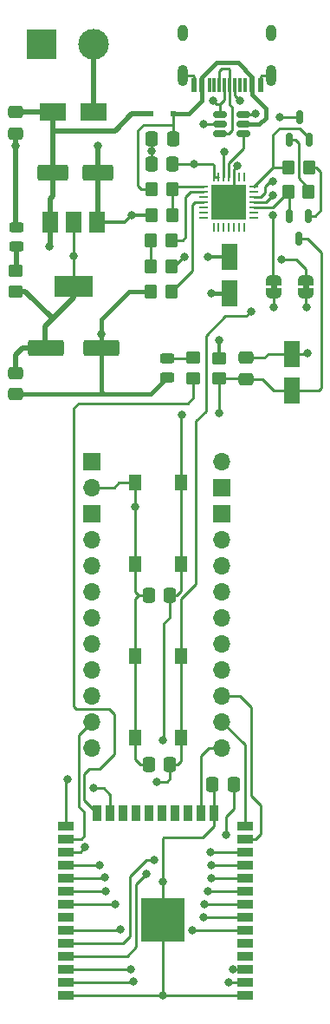
<source format=gbr>
%TF.GenerationSoftware,KiCad,Pcbnew,(6.0.11-0)*%
%TF.CreationDate,2023-11-09T08:58:10+01:00*%
%TF.ProjectId,ZESP32,5a455350-3332-42e6-9b69-6361645f7063,rev?*%
%TF.SameCoordinates,Original*%
%TF.FileFunction,Copper,L1,Top*%
%TF.FilePolarity,Positive*%
%FSLAX46Y46*%
G04 Gerber Fmt 4.6, Leading zero omitted, Abs format (unit mm)*
G04 Created by KiCad (PCBNEW (6.0.11-0)) date 2023-11-09 08:58:10*
%MOMM*%
%LPD*%
G01*
G04 APERTURE LIST*
G04 Aperture macros list*
%AMRoundRect*
0 Rectangle with rounded corners*
0 $1 Rounding radius*
0 $2 $3 $4 $5 $6 $7 $8 $9 X,Y pos of 4 corners*
0 Add a 4 corners polygon primitive as box body*
4,1,4,$2,$3,$4,$5,$6,$7,$8,$9,$2,$3,0*
0 Add four circle primitives for the rounded corners*
1,1,$1+$1,$2,$3*
1,1,$1+$1,$4,$5*
1,1,$1+$1,$6,$7*
1,1,$1+$1,$8,$9*
0 Add four rect primitives between the rounded corners*
20,1,$1+$1,$2,$3,$4,$5,0*
20,1,$1+$1,$4,$5,$6,$7,0*
20,1,$1+$1,$6,$7,$8,$9,0*
20,1,$1+$1,$8,$9,$2,$3,0*%
%AMFreePoly0*
4,1,22,0.500000,-0.750000,0.000000,-0.750000,0.000000,-0.745033,-0.079941,-0.743568,-0.215256,-0.701293,-0.333266,-0.622738,-0.424486,-0.514219,-0.481581,-0.384460,-0.499164,-0.250000,-0.500000,-0.250000,-0.500000,0.250000,-0.499164,0.250000,-0.499963,0.256109,-0.478152,0.396186,-0.417904,0.524511,-0.324060,0.630769,-0.204165,0.706417,-0.067858,0.745374,0.000000,0.744959,0.000000,0.750000,
0.500000,0.750000,0.500000,-0.750000,0.500000,-0.750000,$1*%
%AMFreePoly1*
4,1,20,0.000000,0.744959,0.073905,0.744508,0.209726,0.703889,0.328688,0.626782,0.421226,0.519385,0.479903,0.390333,0.500000,0.250000,0.500000,-0.250000,0.499851,-0.262216,0.476331,-0.402017,0.414519,-0.529596,0.319384,-0.634700,0.198574,-0.708877,0.061801,-0.746166,0.000000,-0.745033,0.000000,-0.750000,-0.500000,-0.750000,-0.500000,0.750000,0.000000,0.750000,0.000000,0.744959,
0.000000,0.744959,$1*%
G04 Aperture macros list end*
%TA.AperFunction,ComponentPad*%
%ADD10R,1.700000X1.700000*%
%TD*%
%TA.AperFunction,ComponentPad*%
%ADD11O,1.700000X1.700000*%
%TD*%
%TA.AperFunction,SMDPad,CuDef*%
%ADD12R,1.300000X1.550000*%
%TD*%
%TA.AperFunction,SMDPad,CuDef*%
%ADD13FreePoly0,270.000000*%
%TD*%
%TA.AperFunction,SMDPad,CuDef*%
%ADD14FreePoly1,270.000000*%
%TD*%
%TA.AperFunction,SMDPad,CuDef*%
%ADD15RoundRect,0.150000X-0.150000X0.512500X-0.150000X-0.512500X0.150000X-0.512500X0.150000X0.512500X0*%
%TD*%
%TA.AperFunction,SMDPad,CuDef*%
%ADD16RoundRect,0.250000X-0.550000X1.050000X-0.550000X-1.050000X0.550000X-1.050000X0.550000X1.050000X0*%
%TD*%
%TA.AperFunction,SMDPad,CuDef*%
%ADD17RoundRect,0.250000X-0.350000X-0.450000X0.350000X-0.450000X0.350000X0.450000X-0.350000X0.450000X0*%
%TD*%
%TA.AperFunction,SMDPad,CuDef*%
%ADD18RoundRect,0.250000X0.550000X-1.050000X0.550000X1.050000X-0.550000X1.050000X-0.550000X-1.050000X0*%
%TD*%
%TA.AperFunction,SMDPad,CuDef*%
%ADD19RoundRect,0.250000X0.337500X0.475000X-0.337500X0.475000X-0.337500X-0.475000X0.337500X-0.475000X0*%
%TD*%
%TA.AperFunction,SMDPad,CuDef*%
%ADD20RoundRect,0.250000X0.350000X0.450000X-0.350000X0.450000X-0.350000X-0.450000X0.350000X-0.450000X0*%
%TD*%
%TA.AperFunction,SMDPad,CuDef*%
%ADD21RoundRect,0.150000X-0.512500X-0.150000X0.512500X-0.150000X0.512500X0.150000X-0.512500X0.150000X0*%
%TD*%
%TA.AperFunction,SMDPad,CuDef*%
%ADD22R,1.500000X0.900000*%
%TD*%
%TA.AperFunction,SMDPad,CuDef*%
%ADD23R,0.900000X1.500000*%
%TD*%
%TA.AperFunction,HeatsinkPad*%
%ADD24C,0.475000*%
%TD*%
%TA.AperFunction,SMDPad,CuDef*%
%ADD25R,1.050000X1.050000*%
%TD*%
%TA.AperFunction,SMDPad,CuDef*%
%ADD26R,4.200000X4.200000*%
%TD*%
%TA.AperFunction,SMDPad,CuDef*%
%ADD27RoundRect,0.250000X0.475000X-0.337500X0.475000X0.337500X-0.475000X0.337500X-0.475000X-0.337500X0*%
%TD*%
%TA.AperFunction,SMDPad,CuDef*%
%ADD28RoundRect,0.250000X-0.337500X-0.475000X0.337500X-0.475000X0.337500X0.475000X-0.337500X0.475000X0*%
%TD*%
%TA.AperFunction,SMDPad,CuDef*%
%ADD29R,0.600000X1.450000*%
%TD*%
%TA.AperFunction,SMDPad,CuDef*%
%ADD30R,0.300000X1.450000*%
%TD*%
%TA.AperFunction,ComponentPad*%
%ADD31O,1.000000X1.600000*%
%TD*%
%TA.AperFunction,ComponentPad*%
%ADD32O,1.000000X2.100000*%
%TD*%
%TA.AperFunction,SMDPad,CuDef*%
%ADD33RoundRect,0.250000X-1.500000X-0.550000X1.500000X-0.550000X1.500000X0.550000X-1.500000X0.550000X0*%
%TD*%
%TA.AperFunction,SMDPad,CuDef*%
%ADD34RoundRect,0.250000X0.450000X-0.350000X0.450000X0.350000X-0.450000X0.350000X-0.450000X-0.350000X0*%
%TD*%
%TA.AperFunction,SMDPad,CuDef*%
%ADD35RoundRect,0.243750X-0.456250X0.243750X-0.456250X-0.243750X0.456250X-0.243750X0.456250X0.243750X0*%
%TD*%
%TA.AperFunction,ComponentPad*%
%ADD36R,3.000000X3.000000*%
%TD*%
%TA.AperFunction,ComponentPad*%
%ADD37C,3.000000*%
%TD*%
%TA.AperFunction,SMDPad,CuDef*%
%ADD38RoundRect,0.062500X-0.062500X0.337500X-0.062500X-0.337500X0.062500X-0.337500X0.062500X0.337500X0*%
%TD*%
%TA.AperFunction,SMDPad,CuDef*%
%ADD39RoundRect,0.062500X-0.337500X0.062500X-0.337500X-0.062500X0.337500X-0.062500X0.337500X0.062500X0*%
%TD*%
%TA.AperFunction,SMDPad,CuDef*%
%ADD40R,3.350000X3.350000*%
%TD*%
%TA.AperFunction,SMDPad,CuDef*%
%ADD41R,0.500000X0.500000*%
%TD*%
%TA.AperFunction,SMDPad,CuDef*%
%ADD42RoundRect,0.250000X-1.250000X-0.550000X1.250000X-0.550000X1.250000X0.550000X-1.250000X0.550000X0*%
%TD*%
%TA.AperFunction,SMDPad,CuDef*%
%ADD43R,1.500000X2.000000*%
%TD*%
%TA.AperFunction,SMDPad,CuDef*%
%ADD44R,3.800000X2.000000*%
%TD*%
%TA.AperFunction,SMDPad,CuDef*%
%ADD45RoundRect,0.150000X0.150000X-0.512500X0.150000X0.512500X-0.150000X0.512500X-0.150000X-0.512500X0*%
%TD*%
%TA.AperFunction,SMDPad,CuDef*%
%ADD46RoundRect,0.250000X-0.475000X0.337500X-0.475000X-0.337500X0.475000X-0.337500X0.475000X0.337500X0*%
%TD*%
%TA.AperFunction,SMDPad,CuDef*%
%ADD47R,2.500000X1.800000*%
%TD*%
%TA.AperFunction,SMDPad,CuDef*%
%ADD48RoundRect,0.243750X0.456250X-0.243750X0.456250X0.243750X-0.456250X0.243750X-0.456250X-0.243750X0*%
%TD*%
%TA.AperFunction,ViaPad*%
%ADD49C,0.800000*%
%TD*%
%TA.AperFunction,Conductor*%
%ADD50C,0.406400*%
%TD*%
%TA.AperFunction,Conductor*%
%ADD51C,0.508000*%
%TD*%
%TA.AperFunction,Conductor*%
%ADD52C,0.254000*%
%TD*%
%TA.AperFunction,Conductor*%
%ADD53C,0.355600*%
%TD*%
G04 APERTURE END LIST*
%TO.C,JP2*%
G36*
X109540400Y-72111600D02*
G01*
X108940400Y-72111600D01*
X108940400Y-71611600D01*
X109540400Y-71611600D01*
X109540400Y-72111600D01*
G37*
%TO.C,JP1*%
G36*
X112639200Y-72111600D02*
G01*
X112039200Y-72111600D01*
X112039200Y-71611600D01*
X112639200Y-71611600D01*
X112639200Y-72111600D01*
G37*
%TD*%
D10*
%TO.P,J8,1,Pin_1*%
%TO.N,EXT_5V*%
X91440000Y-88900000D03*
D11*
%TO.P,J8,2,Pin_2*%
%TO.N,GND*%
X91440000Y-91440000D03*
%TD*%
D12*
%TO.P,SW1,1,1*%
%TO.N,GND*%
X95651000Y-107912000D03*
X95651000Y-115862000D03*
%TO.P,SW1,2,2*%
%TO.N,IO0*%
X100151000Y-107912000D03*
X100151000Y-115862000D03*
%TD*%
D13*
%TO.P,JP2,1,A*%
%TO.N,Net-(JP2-Pad1)*%
X109240400Y-71211600D03*
D14*
%TO.P,JP2,2,B*%
%TO.N,TXD0*%
X109240400Y-72511600D03*
%TD*%
D15*
%TO.P,Q1,1,E*%
%TO.N,RTS*%
X110708400Y-64927900D03*
%TO.P,Q1,2,B*%
%TO.N,Net-(Q1-Pad2)*%
X112608400Y-64927900D03*
%TO.P,Q1,3,C*%
%TO.N,ENA*%
X111658400Y-67202900D03*
%TD*%
D16*
%TO.P,C9,1*%
%TO.N,+3V3*%
X104871600Y-68944000D03*
%TO.P,C9,2*%
%TO.N,GND*%
X104871600Y-72544000D03*
%TD*%
D17*
%TO.P,R8,1*%
%TO.N,DTR*%
X110662800Y-60228400D03*
%TO.P,R8,2*%
%TO.N,Net-(Q1-Pad2)*%
X112662800Y-60228400D03*
%TD*%
D18*
%TO.P,C3,1*%
%TO.N,ENA*%
X110967600Y-81992800D03*
%TO.P,C3,2*%
%TO.N,GND*%
X110967600Y-78392800D03*
%TD*%
D19*
%TO.P,C12,1*%
%TO.N,+3V3*%
X99305100Y-59888800D03*
%TO.P,C12,2*%
%TO.N,GND*%
X97230100Y-59888800D03*
%TD*%
D20*
%TO.P,R4,1*%
%TO.N,Net-(R3-Pad2)*%
X99267600Y-64867200D03*
%TO.P,R4,2*%
%TO.N,GND*%
X97267600Y-64867200D03*
%TD*%
D21*
%TO.P,U1,1,I/O1*%
%TO.N,Net-(J2-PadA7)*%
X103937300Y-55027200D03*
%TO.P,U1,2,GND*%
%TO.N,GND*%
X103937300Y-55977200D03*
%TO.P,U1,3,I/O2*%
%TO.N,Net-(J2-PadA6)*%
X103937300Y-56927200D03*
%TO.P,U1,4,I/O2*%
%TO.N,D+*%
X106212300Y-56927200D03*
%TO.P,U1,5,VBUS*%
%TO.N,VBUS*%
X106212300Y-55977200D03*
%TO.P,U1,6,I/O1*%
%TO.N,D-*%
X106212300Y-55027200D03*
%TD*%
D10*
%TO.P,J3,1,Pin_1*%
%TO.N,D23*%
X91440000Y-93980000D03*
D11*
%TO.P,J3,2,Pin_2*%
%TO.N,D22*%
X91440000Y-96520000D03*
%TO.P,J3,3,Pin_3*%
%TO.N,D21*%
X91440000Y-99060000D03*
%TO.P,J3,4,Pin_4*%
%TO.N,D19*%
X91440000Y-101600000D03*
%TO.P,J3,5,Pin_5*%
%TO.N,D18*%
X91440000Y-104140000D03*
%TO.P,J3,6,Pin_6*%
%TO.N,D5*%
X91440000Y-106680000D03*
%TO.P,J3,7,Pin_7*%
%TO.N,D17*%
X91440000Y-109220000D03*
%TO.P,J3,8,Pin_8*%
%TO.N,D16*%
X91440000Y-111760000D03*
%TO.P,J3,9,Pin_9*%
%TO.N,D4*%
X91440000Y-114300000D03*
%TO.P,J3,10,Pin_10*%
%TO.N,D15*%
X91440000Y-116840000D03*
%TD*%
D22*
%TO.P,U4,1,GND*%
%TO.N,GND*%
X106413000Y-140965000D03*
%TO.P,U4,2,VDD*%
%TO.N,+3V3*%
X106413000Y-139695000D03*
%TO.P,U4,3,EN*%
%TO.N,ENA*%
X106413000Y-138425000D03*
%TO.P,U4,4,SENSOR_VP*%
%TO.N,unconnected-(U4-Pad4)*%
X106413000Y-137155000D03*
%TO.P,U4,5,SENSOR_VN*%
%TO.N,unconnected-(U4-Pad5)*%
X106413000Y-135885000D03*
%TO.P,U4,6,IO34*%
%TO.N,D34*%
X106413000Y-134615000D03*
%TO.P,U4,7,IO35*%
%TO.N,D35*%
X106413000Y-133345000D03*
%TO.P,U4,8,IO32*%
%TO.N,D32*%
X106413000Y-132075000D03*
%TO.P,U4,9,IO33*%
%TO.N,D33*%
X106413000Y-130805000D03*
%TO.P,U4,10,IO25*%
%TO.N,D25*%
X106413000Y-129535000D03*
%TO.P,U4,11,IO26*%
%TO.N,D26*%
X106413000Y-128265000D03*
%TO.P,U4,12,IO27*%
%TO.N,D27*%
X106413000Y-126995000D03*
%TO.P,U4,13,IO14*%
%TO.N,D14*%
X106413000Y-125725000D03*
%TO.P,U4,14,IO12*%
%TO.N,D12*%
X106413000Y-124455000D03*
D23*
%TO.P,U4,15,GND*%
%TO.N,GND*%
X103373000Y-123205000D03*
%TO.P,U4,16,IO13*%
%TO.N,D13*%
X102103000Y-123205000D03*
%TO.P,U4,17,SHD/SD2*%
%TO.N,unconnected-(U4-Pad17)*%
X100833000Y-123205000D03*
%TO.P,U4,18,SWP/SD3*%
%TO.N,unconnected-(U4-Pad18)*%
X99563000Y-123205000D03*
%TO.P,U4,19,SCS/CMD*%
%TO.N,unconnected-(U4-Pad19)*%
X98293000Y-123205000D03*
%TO.P,U4,20,SCK/CLK*%
%TO.N,unconnected-(U4-Pad20)*%
X97023000Y-123205000D03*
%TO.P,U4,21,SDO/SD0*%
%TO.N,unconnected-(U4-Pad21)*%
X95753000Y-123205000D03*
%TO.P,U4,22,SDI/SD1*%
%TO.N,unconnected-(U4-Pad22)*%
X94483000Y-123205000D03*
%TO.P,U4,23,IO15*%
%TO.N,D15*%
X93213000Y-123205000D03*
%TO.P,U4,24,IO2*%
%TO.N,D2*%
X91943000Y-123205000D03*
D22*
%TO.P,U4,25,IO0*%
%TO.N,IO0*%
X88913000Y-124455000D03*
%TO.P,U4,26,IO4*%
%TO.N,D4*%
X88913000Y-125725000D03*
%TO.P,U4,27,IO16*%
%TO.N,D16*%
X88913000Y-126995000D03*
%TO.P,U4,28,IO17*%
%TO.N,D17*%
X88913000Y-128265000D03*
%TO.P,U4,29,IO5*%
%TO.N,D5*%
X88913000Y-129535000D03*
%TO.P,U4,30,IO18*%
%TO.N,D18*%
X88913000Y-130805000D03*
%TO.P,U4,31,IO19*%
%TO.N,D19*%
X88913000Y-132075000D03*
%TO.P,U4,32,NC*%
%TO.N,unconnected-(U4-Pad32)*%
X88913000Y-133345000D03*
%TO.P,U4,33,IO21*%
%TO.N,D21*%
X88913000Y-134615000D03*
%TO.P,U4,34,RXD0/IO3*%
%TO.N,RXD0*%
X88913000Y-135885000D03*
%TO.P,U4,35,TXD0/IO1*%
%TO.N,TXD0*%
X88913000Y-137155000D03*
%TO.P,U4,36,IO22*%
%TO.N,D22*%
X88913000Y-138425000D03*
%TO.P,U4,37,IO23*%
%TO.N,D23*%
X88913000Y-139695000D03*
%TO.P,U4,38,GND*%
%TO.N,GND*%
X88913000Y-140965000D03*
D24*
%TO.P,U4,39,GND*%
X98343000Y-132862500D03*
D25*
X98343000Y-135150000D03*
D24*
X99105500Y-135150000D03*
X97580500Y-133625000D03*
X99105500Y-132100000D03*
X97580500Y-135150000D03*
X96818000Y-134387500D03*
D25*
X96818000Y-132100000D03*
D24*
X99105500Y-133625000D03*
D25*
X96818000Y-135150000D03*
D24*
X97580500Y-132100000D03*
D25*
X98343000Y-132100000D03*
X99868000Y-135150000D03*
X96818000Y-133625000D03*
X99868000Y-133625000D03*
D26*
X98343000Y-133625000D03*
D24*
X98343000Y-134387500D03*
X99868000Y-132862500D03*
X99868000Y-134387500D03*
D25*
X98343000Y-133625000D03*
X99868000Y-132100000D03*
D24*
X96818000Y-132862500D03*
%TD*%
D27*
%TO.P,C7,1*%
%TO.N,ENA*%
X106497200Y-80874700D03*
%TO.P,C7,2*%
%TO.N,GND*%
X106497200Y-78799700D03*
%TD*%
D10*
%TO.P,J7,1,Pin_1*%
%TO.N,+3V3*%
X104140000Y-91440000D03*
D11*
%TO.P,J7,2,Pin_2*%
%TO.N,GND*%
X104140000Y-88900000D03*
%TD*%
D28*
%TO.P,C1,1*%
%TO.N,GND*%
X97006500Y-118491000D03*
%TO.P,C1,2*%
%TO.N,IO0*%
X99081500Y-118491000D03*
%TD*%
D29*
%TO.P,J2,A1,GND*%
%TO.N,GND*%
X107898000Y-52178000D03*
%TO.P,J2,A4,VBUS*%
%TO.N,VBUS*%
X107098000Y-52178000D03*
D30*
%TO.P,J2,A5,CC1*%
%TO.N,unconnected-(J2-PadA5)*%
X105898000Y-52178000D03*
%TO.P,J2,A6,D+*%
%TO.N,Net-(J2-PadA6)*%
X104898000Y-52178000D03*
%TO.P,J2,A7,D-*%
%TO.N,Net-(J2-PadA7)*%
X104398000Y-52178000D03*
%TO.P,J2,A8,SBU1*%
%TO.N,unconnected-(J2-PadA8)*%
X103398000Y-52178000D03*
D29*
%TO.P,J2,A9,VBUS*%
%TO.N,VBUS*%
X102198000Y-52178000D03*
%TO.P,J2,A12,GND*%
%TO.N,GND*%
X101398000Y-52178000D03*
%TO.P,J2,B1,GND*%
X101398000Y-52178000D03*
%TO.P,J2,B4,VBUS*%
%TO.N,VBUS*%
X102198000Y-52178000D03*
D30*
%TO.P,J2,B5,CC2*%
%TO.N,unconnected-(J2-PadB5)*%
X102898000Y-52178000D03*
%TO.P,J2,B6,D+*%
%TO.N,Net-(J2-PadA6)*%
X103898000Y-52178000D03*
%TO.P,J2,B7,D-*%
%TO.N,Net-(J2-PadA7)*%
X105398000Y-52178000D03*
%TO.P,J2,B8,SBU2*%
%TO.N,unconnected-(J2-PadB8)*%
X106398000Y-52178000D03*
D29*
%TO.P,J2,B9,VBUS*%
%TO.N,VBUS*%
X107098000Y-52178000D03*
%TO.P,J2,B12,GND*%
%TO.N,GND*%
X107898000Y-52178000D03*
D31*
%TO.P,J2,S1,SHIELD*%
X100328000Y-47083000D03*
D32*
X108968000Y-51263000D03*
X100328000Y-51263000D03*
D31*
X108968000Y-47083000D03*
%TD*%
D33*
%TO.P,C10,1*%
%TO.N,+3V3*%
X86931600Y-77805200D03*
%TO.P,C10,2*%
%TO.N,GND*%
X92331600Y-77805200D03*
%TD*%
D34*
%TO.P,R2,1*%
%TO.N,+3V3*%
X83992800Y-72302800D03*
%TO.P,R2,2*%
%TO.N,Net-(D3-Pad2)*%
X83992800Y-70302800D03*
%TD*%
D19*
%TO.P,C8,1*%
%TO.N,+3V3*%
X105304500Y-120396000D03*
%TO.P,C8,2*%
%TO.N,GND*%
X103229500Y-120396000D03*
%TD*%
D20*
%TO.P,R6,1*%
%TO.N,Net-(R6-Pad1)*%
X99216800Y-67305600D03*
%TO.P,R6,2*%
%TO.N,Net-(R5-Pad1)*%
X97216800Y-67305600D03*
%TD*%
D34*
%TO.P,R1,1*%
%TO.N,ENA*%
X103906400Y-80837200D03*
%TO.P,R1,2*%
%TO.N,+3V3*%
X103906400Y-78837200D03*
%TD*%
D35*
%TO.P,D3,1,K*%
%TO.N,GND*%
X84043600Y-66098100D03*
%TO.P,D3,2,A*%
%TO.N,Net-(D3-Pad2)*%
X84043600Y-67973100D03*
%TD*%
D17*
%TO.P,R7,1*%
%TO.N,GND*%
X97216800Y-72334800D03*
%TO.P,R7,2*%
%TO.N,Net-(R7-Pad2)*%
X99216800Y-72334800D03*
%TD*%
%TO.P,R3,1*%
%TO.N,VBUS*%
X97267600Y-62378000D03*
%TO.P,R3,2*%
%TO.N,Net-(R3-Pad2)*%
X99267600Y-62378000D03*
%TD*%
D36*
%TO.P,J1,1,Pin_1*%
%TO.N,GND*%
X86482000Y-48239600D03*
D37*
%TO.P,J1,2,Pin_2*%
%TO.N,Net-(D1-Pad2)*%
X91562000Y-48239600D03*
%TD*%
D17*
%TO.P,R9,1*%
%TO.N,RTS*%
X110628000Y-62616000D03*
%TO.P,R9,2*%
%TO.N,Net-(Q2-Pad2)*%
X112628000Y-62616000D03*
%TD*%
D38*
%TO.P,U3,1,~{DCD}*%
%TO.N,unconnected-(U3-Pad1)*%
X106320800Y-61147200D03*
%TO.P,U3,2,~{RI}/CLK*%
%TO.N,unconnected-(U3-Pad2)*%
X105820800Y-61147200D03*
%TO.P,U3,3,GND*%
%TO.N,GND*%
X105320800Y-61147200D03*
%TO.P,U3,4,D+*%
%TO.N,D+*%
X104820800Y-61147200D03*
%TO.P,U3,5,D-*%
%TO.N,D-*%
X104320800Y-61147200D03*
%TO.P,U3,6,VDD*%
%TO.N,+3V3*%
X103820800Y-61147200D03*
%TO.P,U3,7,VREGIN*%
X103320800Y-61147200D03*
D39*
%TO.P,U3,8,VBUS*%
%TO.N,Net-(R3-Pad2)*%
X102370800Y-62097200D03*
%TO.P,U3,9,~{RST}*%
%TO.N,Net-(R6-Pad1)*%
X102370800Y-62597200D03*
%TO.P,U3,10,NC*%
%TO.N,unconnected-(U3-Pad10)*%
X102370800Y-63097200D03*
%TO.P,U3,11,~{SUSPEND}*%
%TO.N,Net-(R7-Pad2)*%
X102370800Y-63597200D03*
%TO.P,U3,12,SUSPEND*%
%TO.N,unconnected-(U3-Pad12)*%
X102370800Y-64097200D03*
%TO.P,U3,13,CHREN*%
%TO.N,unconnected-(U3-Pad13)*%
X102370800Y-64597200D03*
%TO.P,U3,14,CHR1*%
%TO.N,unconnected-(U3-Pad14)*%
X102370800Y-65097200D03*
D38*
%TO.P,U3,15,CHR0*%
%TO.N,unconnected-(U3-Pad15)*%
X103320800Y-66047200D03*
%TO.P,U3,16,~{WAKEUP}/GPIO.3*%
%TO.N,unconnected-(U3-Pad16)*%
X103820800Y-66047200D03*
%TO.P,U3,17,RS485/GPIO.2*%
%TO.N,unconnected-(U3-Pad17)*%
X104320800Y-66047200D03*
%TO.P,U3,18,~{RXT}/GPIO.1*%
%TO.N,unconnected-(U3-Pad18)*%
X104820800Y-66047200D03*
%TO.P,U3,19,~{TXT}/GPIO.0*%
%TO.N,unconnected-(U3-Pad19)*%
X105320800Y-66047200D03*
%TO.P,U3,20,GPIO.6*%
%TO.N,unconnected-(U3-Pad20)*%
X105820800Y-66047200D03*
%TO.P,U3,21,GPIO.5*%
%TO.N,unconnected-(U3-Pad21)*%
X106320800Y-66047200D03*
D39*
%TO.P,U3,22,GPIO.4*%
%TO.N,unconnected-(U3-Pad22)*%
X107270800Y-65097200D03*
%TO.P,U3,23,~{CTS}*%
%TO.N,unconnected-(U3-Pad23)*%
X107270800Y-64597200D03*
%TO.P,U3,24,~{RTS}*%
%TO.N,RTS*%
X107270800Y-64097200D03*
%TO.P,U3,25,RXD*%
%TO.N,Net-(JP2-Pad1)*%
X107270800Y-63597200D03*
%TO.P,U3,26,TXD*%
%TO.N,Net-(JP1-Pad1)*%
X107270800Y-63097200D03*
%TO.P,U3,27,~{DSR}*%
%TO.N,unconnected-(U3-Pad27)*%
X107270800Y-62597200D03*
%TO.P,U3,28,~{DTR}*%
%TO.N,DTR*%
X107270800Y-62097200D03*
D40*
%TO.P,U3,29,GND*%
%TO.N,GND*%
X104820800Y-63597200D03*
%TD*%
D41*
%TO.P,D2,1,K*%
%TO.N,EXT_5V*%
X97218400Y-55012000D03*
%TO.P,D2,2,A*%
%TO.N,VBUS*%
X99418400Y-55012000D03*
%TD*%
D42*
%TO.P,C6,1*%
%TO.N,EXT_5V*%
X87584000Y-60736400D03*
%TO.P,C6,2*%
%TO.N,GND*%
X91984000Y-60736400D03*
%TD*%
D19*
%TO.P,C5,1*%
%TO.N,VBUS*%
X99355900Y-57450400D03*
%TO.P,C5,2*%
%TO.N,GND*%
X97280900Y-57450400D03*
%TD*%
D34*
%TO.P,R10,1*%
%TO.N,D2*%
X101366400Y-80786400D03*
%TO.P,R10,2*%
%TO.N,Net-(D4-Pad2)*%
X101366400Y-78786400D03*
%TD*%
D12*
%TO.P,SW2,1,1*%
%TO.N,GND*%
X95651000Y-90992000D03*
X95651000Y-98942000D03*
%TO.P,SW2,2,2*%
%TO.N,ENA*%
X100151000Y-98942000D03*
X100151000Y-90992000D03*
%TD*%
D43*
%TO.P,U2,1,GND*%
%TO.N,GND*%
X91931600Y-65562000D03*
D44*
%TO.P,U2,2,VO*%
%TO.N,+3V3*%
X89631600Y-71862000D03*
D43*
X89631600Y-65562000D03*
%TO.P,U2,3,VI*%
%TO.N,EXT_5V*%
X87331600Y-65562000D03*
%TD*%
D45*
%TO.P,Q2,1,E*%
%TO.N,DTR*%
X112659200Y-57550900D03*
%TO.P,Q2,2,B*%
%TO.N,Net-(Q2-Pad2)*%
X110759200Y-57550900D03*
%TO.P,Q2,3,C*%
%TO.N,IO0*%
X111709200Y-55275900D03*
%TD*%
D28*
%TO.P,C2,1*%
%TO.N,GND*%
X97006500Y-101981000D03*
%TO.P,C2,2*%
%TO.N,ENA*%
X99081500Y-101981000D03*
%TD*%
D10*
%TO.P,J4,1,Pin_1*%
%TO.N,D34*%
X104140000Y-93980000D03*
D11*
%TO.P,J4,2,Pin_2*%
%TO.N,D35*%
X104140000Y-96520000D03*
%TO.P,J4,3,Pin_3*%
%TO.N,D32*%
X104140000Y-99060000D03*
%TO.P,J4,4,Pin_4*%
%TO.N,D33*%
X104140000Y-101600000D03*
%TO.P,J4,5,Pin_5*%
%TO.N,D25*%
X104140000Y-104140000D03*
%TO.P,J4,6,Pin_6*%
%TO.N,D26*%
X104140000Y-106680000D03*
%TO.P,J4,7,Pin_7*%
%TO.N,D27*%
X104140000Y-109220000D03*
%TO.P,J4,8,Pin_8*%
%TO.N,D14*%
X104140000Y-111760000D03*
%TO.P,J4,9,Pin_9*%
%TO.N,D12*%
X104140000Y-114300000D03*
%TO.P,J4,10,Pin_10*%
%TO.N,D13*%
X104140000Y-116840000D03*
%TD*%
D17*
%TO.P,R5,1*%
%TO.N,Net-(R5-Pad1)*%
X97216800Y-69845600D03*
%TO.P,R5,2*%
%TO.N,+3V3*%
X99216800Y-69845600D03*
%TD*%
D46*
%TO.P,C4,1*%
%TO.N,EXT_5V*%
X83942000Y-54822100D03*
%TO.P,C4,2*%
%TO.N,GND*%
X83942000Y-56897100D03*
%TD*%
D13*
%TO.P,JP1,1,A*%
%TO.N,Net-(JP1-Pad1)*%
X112339200Y-71211600D03*
D14*
%TO.P,JP1,2,B*%
%TO.N,RXD0*%
X112339200Y-72511600D03*
%TD*%
D47*
%TO.P,D1,1,K*%
%TO.N,EXT_5V*%
X87631600Y-54792800D03*
%TO.P,D1,2,A*%
%TO.N,Net-(D1-Pad2)*%
X91631600Y-54792800D03*
%TD*%
D46*
%TO.P,C11,1*%
%TO.N,+3V3*%
X83942000Y-80272900D03*
%TO.P,C11,2*%
%TO.N,GND*%
X83942000Y-82347900D03*
%TD*%
D48*
%TO.P,D4,1,K*%
%TO.N,GND*%
X98775600Y-80723900D03*
%TO.P,D4,2,A*%
%TO.N,Net-(D4-Pad2)*%
X98775600Y-78848900D03*
%TD*%
D49*
%TO.N,GND*%
X98353800Y-140965000D03*
X92019200Y-58094800D03*
X97230100Y-58598900D03*
X112522000Y-78359000D03*
X103124000Y-72517000D03*
X92331600Y-76451400D03*
X102362000Y-56007000D03*
X83942000Y-58094800D03*
X105664000Y-60071000D03*
X98343000Y-129901400D03*
X95651000Y-93325000D03*
X95351600Y-64871600D03*
%TO.N,IO0*%
X107000000Y-74250000D03*
X97790000Y-120142000D03*
X109804200Y-55295800D03*
X89027000Y-119888000D03*
%TO.N,ENA*%
X100203000Y-84328000D03*
X105247500Y-138430000D03*
X103886000Y-84201000D03*
X98384300Y-116078000D03*
%TO.N,EXT_5V*%
X87249000Y-67945000D03*
%TO.N,+3V3*%
X101452000Y-59888800D03*
X89631600Y-68864400D03*
X104775000Y-139700000D03*
X100457000Y-68961000D03*
X104521000Y-125349000D03*
X102743000Y-68961000D03*
X103886000Y-77089000D03*
%TO.N,Net-(J2-PadA7)*%
X103251000Y-53721000D03*
X105892600Y-53721000D03*
%TO.N,D5*%
X92659200Y-129489200D03*
%TO.N,D19*%
X93726000Y-132080000D03*
%TO.N,D18*%
X92760800Y-130810000D03*
%TO.N,D17*%
X92151200Y-128270000D03*
%TO.N,D16*%
X90779600Y-126542800D03*
%TO.N,D15*%
X91567000Y-120777000D03*
%TO.N,D26*%
X103073200Y-128270000D03*
%TO.N,D25*%
X103124000Y-129540000D03*
%TO.N,D23*%
X95504000Y-139649200D03*
%TO.N,D22*%
X95234700Y-138430000D03*
%TO.N,D21*%
X94183200Y-134569200D03*
%TO.N,D34*%
X101249400Y-134615000D03*
%TO.N,D35*%
X102311200Y-133350000D03*
%TO.N,D32*%
X102463600Y-132080000D03*
%TO.N,D33*%
X102768400Y-130810000D03*
%TO.N,D27*%
X103022400Y-127000000D03*
%TO.N,Net-(JP1-Pad1)*%
X109088000Y-61549200D03*
X109951600Y-69220000D03*
%TO.N,RXD0*%
X112390000Y-73893600D03*
X97536000Y-127762000D03*
%TO.N,Net-(JP2-Pad1)*%
X109088000Y-64902000D03*
X109088000Y-62920800D03*
%TO.N,TXD0*%
X109240400Y-73842800D03*
X96774000Y-129159000D03*
%TO.N,D-*%
X107447100Y-55012000D03*
X104363600Y-58720400D03*
%TD*%
D50*
%TO.N,GND*%
X92634900Y-82347900D02*
X97151600Y-82347900D01*
D51*
X91984000Y-60736400D02*
X91984000Y-65509600D01*
D52*
X101398000Y-51365780D02*
X101398000Y-52178000D01*
X98343000Y-125685000D02*
X98343000Y-129901400D01*
D51*
X92019200Y-60701200D02*
X91984000Y-60736400D01*
D52*
X96139000Y-118491000D02*
X97006500Y-118491000D01*
X107898000Y-51365780D02*
X107898000Y-52178000D01*
X102391800Y-55977200D02*
X102362000Y-56007000D01*
X103373000Y-120539500D02*
X103373000Y-123205000D01*
X100328000Y-51263000D02*
X101295220Y-51263000D01*
X106497200Y-78799700D02*
X108296700Y-78799700D01*
X98343000Y-140925000D02*
X98303000Y-140965000D01*
X91440000Y-91440000D02*
X93599000Y-91440000D01*
X94047000Y-90992000D02*
X95651000Y-90992000D01*
X98353800Y-140965000D02*
X106413000Y-140965000D01*
X101295220Y-51263000D02*
X101398000Y-51365780D01*
X98303000Y-140965000D02*
X98353800Y-140965000D01*
X95651000Y-115862000D02*
X95651000Y-118003000D01*
X95651000Y-101620000D02*
X96012000Y-101981000D01*
D51*
X91984000Y-65509600D02*
X91931600Y-65562000D01*
D53*
X95356000Y-64867200D02*
X95351600Y-64871600D01*
D50*
X92331600Y-82044600D02*
X92634900Y-82347900D01*
D52*
X108968000Y-51263000D02*
X108000780Y-51263000D01*
D50*
X92331600Y-77805200D02*
X92331600Y-76451400D01*
X104871600Y-72544000D02*
X103151000Y-72544000D01*
D52*
X95651000Y-90992000D02*
X95651000Y-93325000D01*
X97230100Y-59888800D02*
X97230100Y-57501200D01*
X95651000Y-93325000D02*
X95651000Y-98942000D01*
X105320800Y-61147200D02*
X105320800Y-60414200D01*
X108000780Y-51263000D02*
X107898000Y-51365780D01*
D51*
X83942000Y-65996500D02*
X84043600Y-66098100D01*
D52*
X88913000Y-140965000D02*
X98303000Y-140965000D01*
X95651000Y-102342000D02*
X96012000Y-101981000D01*
X105320800Y-63097200D02*
X104820800Y-63597200D01*
X110967600Y-78392800D02*
X112488200Y-78392800D01*
X96012000Y-101981000D02*
X97006500Y-101981000D01*
X103373000Y-123205000D02*
X103373000Y-124465000D01*
X105320800Y-61147200D02*
X105320800Y-63097200D01*
X103373000Y-124465000D02*
X102235000Y-125603000D01*
D51*
X83942000Y-56897100D02*
X83942000Y-58094800D01*
D53*
X95351600Y-64871600D02*
X94661200Y-65562000D01*
D52*
X105320800Y-60414200D02*
X105664000Y-60071000D01*
D51*
X83942000Y-58094800D02*
X83942000Y-65996500D01*
D52*
X103937300Y-55977200D02*
X102391800Y-55977200D01*
D50*
X95051200Y-72334800D02*
X92331600Y-75054400D01*
D51*
X92019200Y-58094800D02*
X92019200Y-60701200D01*
D50*
X97151600Y-82347900D02*
X98775600Y-80723900D01*
D52*
X112488200Y-78392800D02*
X112522000Y-78359000D01*
X103229500Y-120396000D02*
X103373000Y-120539500D01*
X98343000Y-133625000D02*
X98343000Y-140925000D01*
X98425000Y-125603000D02*
X98343000Y-125685000D01*
X95651000Y-107912000D02*
X95651000Y-102342000D01*
X108296700Y-78799700D02*
X108703600Y-78392800D01*
X95651000Y-107912000D02*
X95651000Y-115862000D01*
D50*
X83942000Y-82347900D02*
X92634900Y-82347900D01*
D52*
X102235000Y-125603000D02*
X98425000Y-125603000D01*
X93599000Y-91440000D02*
X94047000Y-90992000D01*
X108703600Y-78392800D02*
X110967600Y-78392800D01*
D50*
X97216800Y-72334800D02*
X95051200Y-72334800D01*
D52*
X97230100Y-57501200D02*
X97280900Y-57450400D01*
D53*
X97267600Y-64867200D02*
X95356000Y-64867200D01*
D50*
X92331600Y-75054400D02*
X92331600Y-76451400D01*
X103151000Y-72544000D02*
X103124000Y-72517000D01*
D52*
X95651000Y-98942000D02*
X95651000Y-101620000D01*
X98343000Y-129901400D02*
X98343000Y-133625000D01*
D50*
X92331600Y-77805200D02*
X92331600Y-82044600D01*
D52*
X95651000Y-118003000D02*
X96139000Y-118491000D01*
D53*
X94661200Y-65562000D02*
X91931600Y-65562000D01*
D52*
%TO.N,IO0*%
X99081500Y-119866500D02*
X98806000Y-120142000D01*
X100151000Y-102287000D02*
X101600000Y-100838000D01*
X99081500Y-118491000D02*
X99081500Y-119866500D01*
X102585600Y-84002800D02*
X102585600Y-76636800D01*
X109824100Y-55275900D02*
X109804200Y-55295800D01*
X100151000Y-115862000D02*
X100151000Y-118162000D01*
X102585600Y-76636800D02*
X104490600Y-74731800D01*
X99822000Y-118491000D02*
X99081500Y-118491000D01*
X100151000Y-107912000D02*
X100151000Y-115862000D01*
X106518200Y-74731800D02*
X107000000Y-74250000D01*
X88913000Y-120002000D02*
X88913000Y-124455000D01*
X104490600Y-74731800D02*
X106518200Y-74731800D01*
X100151000Y-118162000D02*
X99822000Y-118491000D01*
X98806000Y-120142000D02*
X97790000Y-120142000D01*
X100151000Y-107912000D02*
X100151000Y-102287000D01*
X111709200Y-55275900D02*
X109824100Y-55275900D01*
X89027000Y-119888000D02*
X88913000Y-120002000D01*
X101600000Y-84988400D02*
X102585600Y-84002800D01*
X101600000Y-100838000D02*
X101600000Y-84988400D01*
%TO.N,ENA*%
X103906400Y-80837200D02*
X106459700Y-80837200D01*
X108093500Y-80874700D02*
X109211600Y-81992800D01*
X103886000Y-84201000D02*
X103886000Y-83820000D01*
X99081500Y-101981000D02*
X99081500Y-104118500D01*
X98425000Y-116037300D02*
X98384300Y-116078000D01*
X103886000Y-83820000D02*
X103906400Y-83799600D01*
X100151000Y-84380000D02*
X100203000Y-84328000D01*
X109211600Y-81992800D02*
X110967600Y-81992800D01*
X103906400Y-80837200D02*
X103906400Y-83799600D01*
X113587200Y-81992800D02*
X113842800Y-81737200D01*
X110967600Y-81992800D02*
X113587200Y-81992800D01*
X106459700Y-80837200D02*
X106497200Y-80874700D01*
X105247500Y-138430000D02*
X106408000Y-138430000D01*
X100151000Y-90992000D02*
X100151000Y-84380000D01*
X100151000Y-98942000D02*
X100151000Y-101525000D01*
X100151000Y-101525000D02*
X99695000Y-101981000D01*
X103906400Y-83799600D02*
X103906400Y-83952000D01*
X106408000Y-138430000D02*
X106413000Y-138425000D01*
X106497200Y-80874700D02*
X108093500Y-80874700D01*
X112491100Y-67202900D02*
X111658400Y-67202900D01*
X99695000Y-101981000D02*
X99081500Y-101981000D01*
X98425000Y-104775000D02*
X98425000Y-116037300D01*
X100151000Y-90992000D02*
X100151000Y-98942000D01*
X113842800Y-81737200D02*
X113842800Y-68554600D01*
X99081500Y-104118500D02*
X98425000Y-104775000D01*
X113842800Y-68554600D02*
X112491100Y-67202900D01*
D51*
%TO.N,EXT_5V*%
X87331600Y-63239600D02*
X87331600Y-65562000D01*
X87631600Y-60688800D02*
X87584000Y-60736400D01*
X87631600Y-56643600D02*
X87631600Y-60688800D01*
X87584000Y-62987200D02*
X87331600Y-63239600D01*
X87602300Y-54822100D02*
X87631600Y-54792800D01*
X87584000Y-60736400D02*
X87584000Y-62987200D01*
X95356000Y-55012000D02*
X97218400Y-55012000D01*
X87331600Y-65562000D02*
X87331600Y-67862400D01*
X93724400Y-56643600D02*
X95356000Y-55012000D01*
X87631600Y-56643600D02*
X93724400Y-56643600D01*
X87631600Y-54792800D02*
X87631600Y-56643600D01*
X83942000Y-54822100D02*
X87602300Y-54822100D01*
X87331600Y-67862400D02*
X87249000Y-67945000D01*
D50*
%TO.N,VBUS*%
X107098000Y-53123000D02*
X107098000Y-52178000D01*
X107098000Y-51393543D02*
X107098000Y-52178000D01*
D52*
X95930800Y-56586800D02*
X96472000Y-56045600D01*
D50*
X107802000Y-55977200D02*
X108407200Y-55372000D01*
X103604343Y-49987200D02*
X105691657Y-49987200D01*
D52*
X97267600Y-62378000D02*
X96286400Y-62378000D01*
D50*
X102198000Y-52178000D02*
X102198000Y-51393543D01*
D52*
X95930800Y-62022400D02*
X95930800Y-56586800D01*
X99418400Y-55012000D02*
X99418400Y-56045600D01*
D50*
X105691657Y-49987200D02*
X107098000Y-51393543D01*
X102198000Y-52178000D02*
X102198000Y-53681800D01*
X108407200Y-54432200D02*
X107098000Y-53123000D01*
X102198000Y-51393543D02*
X103604343Y-49987200D01*
X108407200Y-55372000D02*
X108407200Y-54432200D01*
D52*
X96286400Y-62378000D02*
X95930800Y-62022400D01*
D50*
X102198000Y-53681800D02*
X100867800Y-55012000D01*
X106212300Y-55977200D02*
X107802000Y-55977200D01*
X100867800Y-55012000D02*
X99418400Y-55012000D01*
D52*
X99418400Y-56045600D02*
X99418400Y-57387900D01*
X99418400Y-57387900D02*
X99355900Y-57450400D01*
X96472000Y-56045600D02*
X99418400Y-56045600D01*
D51*
%TO.N,+3V3*%
X84653200Y-77805200D02*
X83942000Y-78516400D01*
D53*
X99216800Y-69845600D02*
X99572400Y-69845600D01*
D51*
X87574200Y-74985800D02*
X86837600Y-75722400D01*
D52*
X104775000Y-139700000D02*
X106408000Y-139700000D01*
D53*
X99572400Y-69845600D02*
X100457000Y-68961000D01*
D51*
X84891200Y-72302800D02*
X87574200Y-74985800D01*
D52*
X106408000Y-139700000D02*
X106413000Y-139695000D01*
X105304500Y-122660500D02*
X105304500Y-122787500D01*
X103320800Y-61147200D02*
X103820800Y-61147200D01*
X105304500Y-122787500D02*
X104648000Y-123444000D01*
X89631600Y-65562000D02*
X89631600Y-71862000D01*
D53*
X103906400Y-77109400D02*
X103886000Y-77089000D01*
D51*
X89631600Y-72928400D02*
X87574200Y-74985800D01*
D52*
X104648000Y-123444000D02*
X104521000Y-123571000D01*
X104521000Y-123571000D02*
X104521000Y-125349000D01*
X103195200Y-59888800D02*
X103320800Y-60014400D01*
D51*
X86931600Y-77805200D02*
X84653200Y-77805200D01*
D52*
X103320800Y-60014400D02*
X103320800Y-61147200D01*
D53*
X104854600Y-68961000D02*
X104871600Y-68944000D01*
D51*
X83992800Y-72302800D02*
X84891200Y-72302800D01*
X86837600Y-75722400D02*
X86837600Y-77711200D01*
X86837600Y-77711200D02*
X86931600Y-77805200D01*
X83942000Y-78516400D02*
X83942000Y-80272900D01*
D52*
X99305100Y-59888800D02*
X103195200Y-59888800D01*
D51*
X89631600Y-71862000D02*
X89631600Y-72928400D01*
D53*
X103906400Y-78837200D02*
X103906400Y-77109400D01*
D52*
X105304500Y-120396000D02*
X105304500Y-122660500D01*
D53*
X102743000Y-68961000D02*
X104854600Y-68961000D01*
D51*
%TO.N,Net-(D1-Pad2)*%
X91562000Y-54723200D02*
X91631600Y-54792800D01*
X91562000Y-48239600D02*
X91562000Y-54723200D01*
%TO.N,Net-(D3-Pad2)*%
X84043600Y-67973100D02*
X84043600Y-70252000D01*
X84043600Y-70252000D02*
X83992800Y-70302800D01*
D52*
%TO.N,Net-(D4-Pad2)*%
X98775600Y-78848900D02*
X101303900Y-78848900D01*
X101303900Y-78848900D02*
X101366400Y-78786400D01*
%TO.N,Net-(J2-PadA6)*%
X104785200Y-56927200D02*
X105074800Y-56637600D01*
X104898000Y-54123400D02*
X105105200Y-54330600D01*
X104800400Y-50596800D02*
X104114600Y-50596800D01*
X103898000Y-50813400D02*
X103898000Y-52178000D01*
X104898000Y-50694400D02*
X104800400Y-50596800D01*
X104898000Y-52178000D02*
X104898000Y-54123400D01*
X104898000Y-52178000D02*
X104898000Y-50694400D01*
X105105200Y-56607200D02*
X105074800Y-56637600D01*
X105074800Y-56637600D02*
X105070800Y-56633600D01*
X104114600Y-50596800D02*
X103898000Y-50813400D01*
X103937300Y-56927200D02*
X104785200Y-56927200D01*
X105105200Y-54330600D02*
X105105200Y-56607200D01*
%TO.N,Net-(J2-PadA7)*%
X105398000Y-52178000D02*
X105398000Y-53226400D01*
X103580700Y-54050700D02*
X103937300Y-54050700D01*
X105398000Y-53226400D02*
X105892600Y-53721000D01*
X104398000Y-53590000D02*
X103937300Y-54050700D01*
X103251000Y-53721000D02*
X103580700Y-54050700D01*
X103937300Y-54050700D02*
X103937300Y-55027200D01*
X104398000Y-52178000D02*
X104398000Y-53590000D01*
%TO.N,D14*%
X107396200Y-125725000D02*
X107899200Y-125222000D01*
X107899200Y-125222000D02*
X107899200Y-122428000D01*
X106413000Y-125725000D02*
X107396200Y-125725000D01*
X106984800Y-112877600D02*
X105867200Y-111760000D01*
X106984800Y-121513600D02*
X106984800Y-112877600D01*
X105867200Y-111760000D02*
X104140000Y-111760000D01*
X107899200Y-122428000D02*
X106984800Y-121513600D01*
%TO.N,D13*%
X102103000Y-117607000D02*
X102103000Y-123205000D01*
X102870000Y-116840000D02*
X102103000Y-117607000D01*
X104140000Y-116840000D02*
X102870000Y-116840000D01*
%TO.N,D12*%
X106413000Y-116573000D02*
X106413000Y-124455000D01*
X104140000Y-114300000D02*
X106413000Y-116573000D01*
%TO.N,D5*%
X92659200Y-129489200D02*
X92613400Y-129535000D01*
X92613400Y-129535000D02*
X88913000Y-129535000D01*
%TO.N,D4*%
X90119200Y-122580400D02*
X90678000Y-123139200D01*
X90378200Y-125725000D02*
X88913000Y-125725000D01*
X90678000Y-123139200D02*
X90678000Y-125425200D01*
X90119200Y-115620800D02*
X90119200Y-122580400D01*
X91440000Y-114300000D02*
X90119200Y-115620800D01*
X90678000Y-125425200D02*
X90378200Y-125725000D01*
%TO.N,D19*%
X93726000Y-132080000D02*
X93721000Y-132075000D01*
X93721000Y-132075000D02*
X88913000Y-132075000D01*
%TO.N,D18*%
X92760800Y-130810000D02*
X92755800Y-130805000D01*
X92755800Y-130805000D02*
X88913000Y-130805000D01*
%TO.N,D17*%
X92151200Y-128270000D02*
X92146200Y-128265000D01*
X92146200Y-128265000D02*
X88913000Y-128265000D01*
%TO.N,D16*%
X90322400Y-127000000D02*
X90317400Y-126995000D01*
X90317400Y-126995000D02*
X88913000Y-126995000D01*
X90779600Y-126542800D02*
X90322400Y-127000000D01*
%TO.N,D15*%
X93213000Y-123195000D02*
X93213000Y-121407000D01*
X92583000Y-120777000D02*
X91567000Y-120777000D01*
X93213000Y-123205000D02*
X93213000Y-123195000D01*
X93213000Y-121407000D02*
X92583000Y-120777000D01*
%TO.N,D26*%
X106413000Y-128265000D02*
X103078200Y-128265000D01*
X103078200Y-128265000D02*
X103073200Y-128270000D01*
%TO.N,D25*%
X106413000Y-129535000D02*
X103129000Y-129535000D01*
X103129000Y-129535000D02*
X103124000Y-129540000D01*
%TO.N,D23*%
X88913000Y-139695000D02*
X95458200Y-139695000D01*
X95458200Y-139695000D02*
X95504000Y-139649200D01*
%TO.N,D22*%
X88913000Y-138425000D02*
X88945800Y-138425000D01*
X95229700Y-138425000D02*
X95234700Y-138430000D01*
X88945800Y-138425000D02*
X95229700Y-138425000D01*
%TO.N,D21*%
X94137400Y-134615000D02*
X88913000Y-134615000D01*
X94183200Y-134569200D02*
X94137400Y-134615000D01*
%TO.N,D34*%
X106413000Y-134615000D02*
X101249400Y-134615000D01*
%TO.N,D35*%
X106413000Y-133345000D02*
X102316200Y-133345000D01*
X102316200Y-133345000D02*
X102311200Y-133350000D01*
%TO.N,D32*%
X102468600Y-132075000D02*
X102463600Y-132080000D01*
X106413000Y-132075000D02*
X102468600Y-132075000D01*
%TO.N,D33*%
X102773400Y-130805000D02*
X102768400Y-130810000D01*
X106413000Y-130805000D02*
X102773400Y-130805000D01*
%TO.N,D27*%
X103027400Y-126995000D02*
X103022400Y-127000000D01*
X106413000Y-126995000D02*
X103027400Y-126995000D01*
%TO.N,Net-(JP1-Pad1)*%
X108326000Y-62057200D02*
X108834000Y-61549200D01*
X108326000Y-62717600D02*
X108326000Y-62108000D01*
X111424800Y-69220000D02*
X112339200Y-70134400D01*
X109951600Y-69220000D02*
X111424800Y-69220000D01*
X112339200Y-70134400D02*
X112339200Y-71211600D01*
X107270800Y-63097200D02*
X107946400Y-63097200D01*
X108834000Y-61549200D02*
X109088000Y-61549200D01*
X108224400Y-62819200D02*
X108326000Y-62717600D01*
X108326000Y-62108000D02*
X108326000Y-62057200D01*
X107946400Y-63097200D02*
X108224400Y-62819200D01*
%TO.N,RXD0*%
X95123000Y-135255000D02*
X95123000Y-129413000D01*
X88913000Y-135885000D02*
X94493000Y-135885000D01*
X112339200Y-73842800D02*
X112390000Y-73893600D01*
X112339200Y-72511600D02*
X112339200Y-73842800D01*
X96774000Y-127762000D02*
X97536000Y-127762000D01*
X94493000Y-135885000D02*
X95123000Y-135255000D01*
X95123000Y-129413000D02*
X96774000Y-127762000D01*
%TO.N,Net-(JP2-Pad1)*%
X109088000Y-71059200D02*
X109240400Y-71211600D01*
X108411600Y-63597200D02*
X109088000Y-62920800D01*
X107270800Y-63597200D02*
X108411600Y-63597200D01*
X109088000Y-64902000D02*
X109088000Y-71059200D01*
%TO.N,TXD0*%
X109240400Y-72511600D02*
X109240400Y-73842800D01*
X88913000Y-137155000D02*
X94874000Y-137155000D01*
X95758000Y-136271000D02*
X95758000Y-130175000D01*
X94874000Y-137155000D02*
X95758000Y-136271000D01*
X95758000Y-130175000D02*
X96774000Y-129159000D01*
%TO.N,RTS*%
X107270800Y-64097200D02*
X109146800Y-64097200D01*
X110728800Y-62716800D02*
X110628000Y-62616000D01*
X110708400Y-64927900D02*
X110708400Y-62696400D01*
X110708400Y-62696400D02*
X110628000Y-62616000D01*
X109146800Y-64097200D02*
X110628000Y-62616000D01*
%TO.N,Net-(Q1-Pad2)*%
X112608400Y-64927900D02*
X113227700Y-64927900D01*
X113766600Y-64389000D02*
X113766600Y-60680600D01*
X113766600Y-60680600D02*
X113314400Y-60228400D01*
X113314400Y-60228400D02*
X112662800Y-60228400D01*
X113227700Y-64927900D02*
X113766600Y-64389000D01*
%TO.N,DTR*%
X110759200Y-60132000D02*
X110662800Y-60228400D01*
X112659200Y-57338000D02*
X112659200Y-57550900D01*
X109139600Y-57027200D02*
X109753400Y-56413400D01*
X109753400Y-56413400D02*
X111734600Y-56413400D01*
X107270800Y-62097200D02*
X109139600Y-60228400D01*
X109139600Y-60228400D02*
X110662800Y-60228400D01*
X110830400Y-60060800D02*
X110662800Y-60228400D01*
X109139600Y-60228400D02*
X109139600Y-57027200D01*
X111734600Y-56413400D02*
X112659200Y-57338000D01*
%TO.N,Net-(Q2-Pad2)*%
X111658400Y-57886600D02*
X111322700Y-57550900D01*
X111322700Y-57550900D02*
X110759200Y-57550900D01*
X112628000Y-62234400D02*
X111658400Y-61264800D01*
X112628000Y-62616000D02*
X112603200Y-62616000D01*
X111658400Y-61264800D02*
X111658400Y-57886600D01*
X112628000Y-62616000D02*
X112628000Y-62234400D01*
%TO.N,Net-(R3-Pad2)*%
X99267600Y-62378000D02*
X99267600Y-64867200D01*
X102370800Y-62097200D02*
X99548400Y-62097200D01*
X99548400Y-62097200D02*
X99267600Y-62378000D01*
%TO.N,Net-(R5-Pad1)*%
X97216800Y-69845600D02*
X97216800Y-67305600D01*
%TO.N,Net-(R6-Pad1)*%
X100604400Y-67000800D02*
X100299600Y-67305600D01*
X102370800Y-62597200D02*
X101096400Y-62597200D01*
X101096400Y-62597200D02*
X100604400Y-63089200D01*
X100299600Y-67305600D02*
X99216800Y-67305600D01*
X100604400Y-63089200D02*
X100604400Y-67000800D01*
%TO.N,Net-(R7-Pad2)*%
X101518800Y-63597200D02*
X102370800Y-63597200D01*
X101214000Y-70337600D02*
X101214000Y-63902000D01*
X99216800Y-72334800D02*
X101214000Y-70337600D01*
X101214000Y-63902000D02*
X101518800Y-63597200D01*
%TO.N,D2*%
X101366400Y-82682000D02*
X100807600Y-83240800D01*
X89662000Y-112776000D02*
X89916000Y-113030000D01*
X90114200Y-83240800D02*
X89662000Y-83693000D01*
X93599000Y-113538000D02*
X93599000Y-117475000D01*
X90678000Y-121940000D02*
X91943000Y-123205000D01*
X101366400Y-80786400D02*
X101366400Y-82682000D01*
X93091000Y-113030000D02*
X93599000Y-113538000D01*
X89916000Y-113030000D02*
X93091000Y-113030000D01*
X100807600Y-83240800D02*
X90114200Y-83240800D01*
X92202000Y-118872000D02*
X91186000Y-118872000D01*
X90678000Y-119380000D02*
X90678000Y-121940000D01*
X93599000Y-117475000D02*
X92202000Y-118872000D01*
X91186000Y-118872000D02*
X90678000Y-119380000D01*
X89662000Y-83693000D02*
X89662000Y-112776000D01*
%TO.N,D+*%
X106212300Y-56927200D02*
X106212300Y-58395700D01*
X104820800Y-59787200D02*
X104820800Y-61147200D01*
X106212300Y-58395700D02*
X104820800Y-59787200D01*
%TO.N,D-*%
X106212300Y-55027200D02*
X107431900Y-55027200D01*
X104320800Y-58763200D02*
X104363600Y-58720400D01*
X104320800Y-61147200D02*
X104320800Y-58763200D01*
X107431900Y-55027200D02*
X107447100Y-55012000D01*
%TD*%
M02*

</source>
